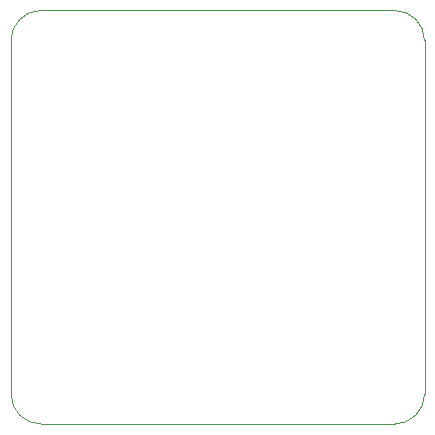
<source format=gbr>
%TF.GenerationSoftware,KiCad,Pcbnew,7.0.1*%
%TF.CreationDate,2024-08-13T13:22:24+02:00*%
%TF.ProjectId,wpt_receiver,7770745f-7265-4636-9569-7665722e6b69,rev?*%
%TF.SameCoordinates,Original*%
%TF.FileFunction,Profile,NP*%
%FSLAX46Y46*%
G04 Gerber Fmt 4.6, Leading zero omitted, Abs format (unit mm)*
G04 Created by KiCad (PCBNEW 7.0.1) date 2024-08-13 13:22:24*
%MOMM*%
%LPD*%
G01*
G04 APERTURE LIST*
%TA.AperFunction,Profile*%
%ADD10C,0.100000*%
%TD*%
G04 APERTURE END LIST*
D10*
X158623049Y-105936051D02*
G75*
G03*
X156083000Y-103396051I-2540049J-49D01*
G01*
X156083014Y-138411914D02*
G75*
G03*
X158623014Y-135871963I-14J2540014D01*
G01*
X126147102Y-103396002D02*
G75*
G03*
X123607102Y-105936051I98J-2540098D01*
G01*
X123607151Y-135871949D02*
G75*
G03*
X126147102Y-138411949I2540049J49D01*
G01*
X123607102Y-135871949D02*
X123607102Y-105936051D01*
X156083000Y-138411949D02*
X126147102Y-138411949D01*
X158623000Y-105936051D02*
X158623000Y-135871949D01*
X126147102Y-103396051D02*
X156083000Y-103396051D01*
M02*

</source>
